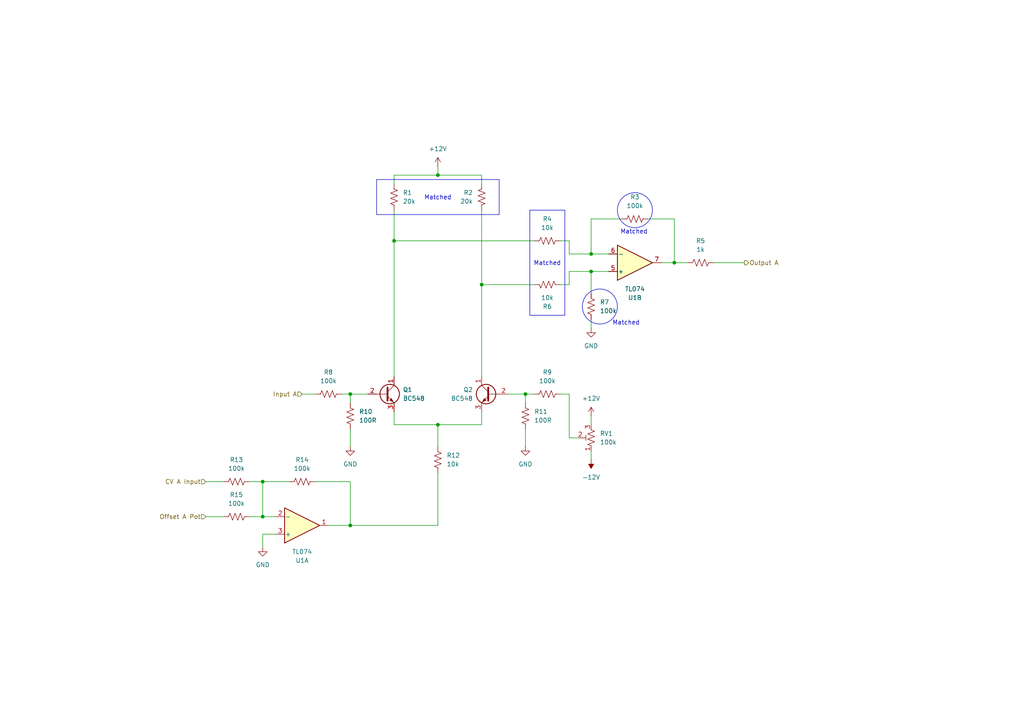
<source format=kicad_sch>
(kicad_sch (version 20250114) (generator "eeschema") (generator_version "9.0")
  (paper "A4")
  (title_block (company "DMH Instruments") (comment 1 "PCB for 5 cm Kosmo format synthesizer module"))
  (lib_symbols
    (symbol "Amplifier_Operational:TL074" (pin_names (offset 0.127))
      (property "Reference" "U" (at 0 5.08 0))
      (property "Value" "TL074" (at 0 -5.08 0))
      (symbol "TL074_1_1"
        (polyline (pts (xy -5.08 5.08) (xy 5.08 0) (xy -5.08 -5.08) (xy -5.08 5.08)) (stroke (width 0.254)) (fill (type background)))
        (pin input line (at -7.62 2.54 0) (length 2.54) (name "+") (number "3"))
        (pin input line (at -7.62 -2.54 0) (length 2.54) (name "-") (number "2"))
        (pin output line (at 7.62 0 180) (length 2.54) (name "~") (number "1"))
      )
      (symbol "TL074_2_1"
        (polyline (pts (xy -5.08 5.08) (xy 5.08 0) (xy -5.08 -5.08) (xy -5.08 5.08)) (stroke (width 0.254)) (fill (type background)))
        (pin input line (at -7.62 2.54 0) (length 2.54) (name "+") (number "5"))
        (pin input line (at -7.62 -2.54 0) (length 2.54) (name "-") (number "6"))
        (pin output line (at 7.62 0 180) (length 2.54) (name "~") (number "7"))
      )
      (symbol "TL074_3_1"
        (polyline (pts (xy -5.08 5.08) (xy 5.08 0) (xy -5.08 -5.08) (xy -5.08 5.08)) (stroke (width 0.254)) (fill (type background)))
        (pin input line (at -7.62 2.54 0) (length 2.54) (name "+") (number "10"))
        (pin input line (at -7.62 -2.54 0) (length 2.54) (name "-") (number "9"))
        (pin output line (at 7.62 0 180) (length 2.54) (name "~") (number "8"))
      )
      (symbol "TL074_4_1"
        (polyline (pts (xy -5.08 5.08) (xy 5.08 0) (xy -5.08 -5.08) (xy -5.08 5.08)) (stroke (width 0.254)) (fill (type background)))
        (pin input line (at -7.62 2.54 0) (length 2.54) (name "+") (number "12"))
        (pin input line (at -7.62 -2.54 0) (length 2.54) (name "-") (number "13"))
        (pin output line (at 7.62 0 180) (length 2.54) (name "~") (number "14"))
      )
      (symbol "TL074_5_1"
        (pin power_in line (at -2.54 7.62 270) (length 3.81) (name "V+") (number "4"))
        (pin power_in line (at -2.54 -7.62 90) (length 3.81) (name "V-") (number "11"))
      )
    )
    (symbol "Device:R_Potentiometer_Trim_US" (pin_names (offset 1.016) (hide yes))
      (property "Reference" "RV" (at -4.445 0 90))
      (property "Value" "R_Potentiometer_Trim_US" (at -2.54 0 90))
      (symbol "R_Potentiometer_Trim_US_0_1"
        (polyline (pts (xy 0 2.286) (xy 0 2.54)))
        (polyline (pts (xy 0 2.286) (xy 1.016 1.905) (xy 0 1.524) (xy -1.016 1.143) (xy 0 0.762)))
        (polyline (pts (xy 0 0.762) (xy 1.016 0.381) (xy 0 0) (xy -1.016 -0.381) (xy 0 -0.762)))
        (polyline (pts (xy 0 -0.762) (xy 1.016 -1.143) (xy 0 -1.524) (xy -1.016 -1.905) (xy 0 -2.286)))
        (polyline (pts (xy 0 -2.286) (xy 0 -2.54)))
        (polyline (pts (xy 1.524 0.762) (xy 1.524 -0.762)))
        (polyline (pts (xy 2.54 0) (xy 1.524 0)))
      )
      (symbol "R_Potentiometer_Trim_US_1_1"
        (pin passive line (at 0 3.81 270) (length 1.27) (name "1") (number "1"))
        (pin passive line (at 0 -3.81 90) (length 1.27) (name "3") (number "3"))
        (pin passive line (at 3.81 0 180) (length 1.27) (name "2") (number "2"))
      )
    )
    (symbol "Device:R_US" (pin_numbers (hide yes)) (pin_names (offset 0))
      (property "Reference" "R" (at 2.54 0 90))
      (property "Value" "R_US" (at -2.54 0 90))
      (symbol "R_US_0_1"
        (polyline (pts (xy 0 2.286) (xy 0 2.54)))
        (polyline (pts (xy 0 2.286) (xy 1.016 1.905) (xy 0 1.524) (xy -1.016 1.143) (xy 0 0.762)))
        (polyline (pts (xy 0 0.762) (xy 1.016 0.381) (xy 0 0) (xy -1.016 -0.381) (xy 0 -0.762)))
        (polyline (pts (xy 0 -0.762) (xy 1.016 -1.143) (xy 0 -1.524) (xy -1.016 -1.905) (xy 0 -2.286)))
        (polyline (pts (xy 0 -2.286) (xy 0 -2.54)))
      )
      (symbol "R_US_1_1"
        (pin passive line (at 0 3.81 270) (length 1.27) (name "~") (number "1"))
        (pin passive line (at 0 -3.81 90) (length 1.27) (name "~") (number "2"))
      )
    )
    (symbol "Transistor_BJT:BC548" (pin_names (offset 0) (hide yes))
      (property "Reference" "Q" (at 5.08 1.905 0))
      (property "Value" "BC548" (at 5.08 0 0))
      (symbol "BC548_0_1"
        (polyline (pts (xy -2.54 0) (xy 0.635 0)))
        (polyline (pts (xy 0.635 1.905) (xy 0.635 -1.905)) (stroke (width 0.508)))
        (circle (center 1.27 0) (radius 2.8194) (stroke (width 0.254)))
      )
      (symbol "BC548_1_1"
        (polyline (pts (xy 0.635 0.635) (xy 2.54 2.54)))
        (polyline (pts (xy 0.635 -0.635) (xy 2.54 -2.54)))
        (polyline (pts (xy 1.27 -1.778) (xy 1.778 -1.27) (xy 2.286 -2.286) (xy 1.27 -1.778)) (fill (type outline)))
        (pin input line (at -5.08 0 0) (length 2.54) (name "B") (number "2"))
        (pin passive line (at 2.54 5.08 270) (length 2.54) (name "C") (number "1"))
        (pin passive line (at 2.54 -5.08 90) (length 2.54) (name "E") (number "3"))
      )
    )
    (symbol "power:+12V" (power) (pin_numbers (hide yes)) (pin_names (offset 0) (hide yes))
      (property "Value" "+12V" (at 0 3.556 0))
      (symbol "+12V_0_1"
        (polyline (pts (xy -0.762 1.27) (xy 0 2.54)))
        (polyline (pts (xy 0 2.54) (xy 0.762 1.27)))
        (polyline (pts (xy 0 0) (xy 0 2.54)))
      )
      (symbol "+12V_1_1"
        (pin power_in line (at 0 0 90) (length 0) (name "~") (number "1"))
      )
    )
    (symbol "power:-12V" (power) (pin_numbers (hide yes)) (pin_names (offset 0) (hide yes))
      (property "Value" "-12V" (at 0 3.556 0))
      (symbol "-12V_0_0"
        (pin power_in line (at 0 0 90) (length 0) (name "~") (number "1"))
      )
      (symbol "-12V_0_1"
        (polyline (pts (xy 0 0) (xy 0 1.27) (xy 0.762 1.27) (xy 0 2.54) (xy -0.762 1.27) (xy 0 1.27)) (fill (type outline)))
      )
    )
    (symbol "power:GND" (power) (pin_numbers (hide yes)) (pin_names (offset 0) (hide yes))
      (property "Value" "GND" (at 0 -3.81 0))
      (symbol "GND_0_1"
        (polyline (pts (xy 0 0) (xy 0 -1.27) (xy 1.27 -1.27) (xy 0 -2.54) (xy -1.27 -1.27) (xy 0 -1.27)))
      )
      (symbol "GND_1_1"
        (pin power_in line (at 0 0 270) (length 0) (name "~") (number "1"))
      )
    )
  )
  (rectangle (start 153.67 60.96) (end 163.83 91.44))
  (circle (center 173.99 88.9) (radius 5.08))
  (circle (center 184.15 60.96) (radius 5.08))
  (rectangle (start 109.22 52.07) (end 144.78 62.23))
  (text "Matched" (at 181.61 93.726 0) (effects (font (size 1.27 1.27))))
  (text "Matched" (at 183.896 67.31 0) (effects (font (size 1.27 1.27))))
  (text "Matched" (at 127 57.404 0) (effects (font (size 1.27 1.27))))
  (text "Matched" (at 158.75 76.454 0) (effects (font (size 1.27 1.27))))
  (junction (at 101.6 114.3))
  (junction (at 127 123.19))
  (junction (at 195.58 76.2))
  (junction (at 114.3 69.85))
  (junction (at 101.6 152.4))
  (junction (at 127 50.8))
  (junction (at 171.45 73.66))
  (junction (at 76.2 149.86))
  (junction (at 171.45 78.74))
  (junction (at 76.2 139.7))
  (junction (at 139.7 82.55))
  (junction (at 152.4 114.3))
  (wire (pts (xy 139.7 60.96) (xy 139.7 82.55)))
  (wire (pts (xy 165.1 78.74) (xy 171.45 78.74)))
  (wire (pts (xy 162.56 114.3) (xy 165.1 114.3)))
  (wire (pts (xy 162.56 82.55) (xy 165.1 82.55)))
  (wire (pts (xy 127 50.8) (xy 127 48.26)))
  (wire (pts (xy 139.7 123.19) (xy 127 123.19)))
  (wire (pts (xy 95.25 152.4) (xy 101.6 152.4)))
  (wire (pts (xy 127 123.19) (xy 127 129.54)))
  (wire (pts (xy 165.1 73.66) (xy 171.45 73.66)))
  (wire (pts (xy 171.45 92.71) (xy 171.45 95.25)))
  (wire (pts (xy 101.6 139.7) (xy 101.6 152.4)))
  (wire (pts (xy 171.45 78.74) (xy 176.53 78.74)))
  (wire (pts (xy 139.7 50.8) (xy 127 50.8)))
  (wire (pts (xy 195.58 63.5) (xy 195.58 76.2)))
  (wire (pts (xy 59.69 149.86) (xy 64.77 149.86)))
  (wire (pts (xy 139.7 53.34) (xy 139.7 50.8)))
  (wire (pts (xy 59.69 139.7) (xy 64.77 139.7)))
  (wire (pts (xy 152.4 114.3) (xy 154.94 114.3)))
  (wire (pts (xy 171.45 73.66) (xy 176.53 73.66)))
  (wire (pts (xy 165.1 127) (xy 167.64 127)))
  (wire (pts (xy 83.82 139.7) (xy 76.2 139.7)))
  (wire (pts (xy 195.58 76.2) (xy 199.39 76.2)))
  (wire (pts (xy 139.7 82.55) (xy 139.7 109.22)))
  (wire (pts (xy 76.2 149.86) (xy 80.01 149.86)))
  (wire (pts (xy 76.2 139.7) (xy 76.2 149.86)))
  (wire (pts (xy 171.45 130.81) (xy 171.45 133.35)))
  (wire (pts (xy 101.6 152.4) (xy 127 152.4)))
  (wire (pts (xy 152.4 114.3) (xy 152.4 116.84)))
  (wire (pts (xy 114.3 53.34) (xy 114.3 50.8)))
  (wire (pts (xy 114.3 119.38) (xy 114.3 123.19)))
  (wire (pts (xy 180.34 63.5) (xy 171.45 63.5)))
  (wire (pts (xy 72.39 139.7) (xy 76.2 139.7)))
  (wire (pts (xy 207.01 76.2) (xy 215.9 76.2)))
  (wire (pts (xy 127 152.4) (xy 127 137.16)))
  (wire (pts (xy 101.6 114.3) (xy 101.6 116.84)))
  (wire (pts (xy 99.06 114.3) (xy 101.6 114.3)))
  (wire (pts (xy 187.96 63.5) (xy 195.58 63.5)))
  (wire (pts (xy 114.3 123.19) (xy 127 123.19)))
  (wire (pts (xy 72.39 149.86) (xy 76.2 149.86)))
  (wire (pts (xy 162.56 69.85) (xy 165.1 69.85)))
  (wire (pts (xy 171.45 63.5) (xy 171.45 73.66)))
  (wire (pts (xy 152.4 124.46) (xy 152.4 129.54)))
  (wire (pts (xy 114.3 50.8) (xy 127 50.8)))
  (wire (pts (xy 147.32 114.3) (xy 152.4 114.3)))
  (wire (pts (xy 76.2 154.94) (xy 76.2 158.75)))
  (wire (pts (xy 80.01 154.94) (xy 76.2 154.94)))
  (wire (pts (xy 114.3 60.96) (xy 114.3 69.85)))
  (wire (pts (xy 191.77 76.2) (xy 195.58 76.2)))
  (wire (pts (xy 101.6 124.46) (xy 101.6 129.54)))
  (wire (pts (xy 114.3 69.85) (xy 114.3 109.22)))
  (wire (pts (xy 101.6 114.3) (xy 106.68 114.3)))
  (wire (pts (xy 114.3 69.85) (xy 154.94 69.85)))
  (wire (pts (xy 87.63 114.3) (xy 91.44 114.3)))
  (wire (pts (xy 165.1 82.55) (xy 165.1 78.74)))
  (wire (pts (xy 139.7 82.55) (xy 154.94 82.55)))
  (wire (pts (xy 91.44 139.7) (xy 101.6 139.7)))
  (wire (pts (xy 165.1 114.3) (xy 165.1 127)))
  (wire (pts (xy 171.45 78.74) (xy 171.45 85.09)))
  (wire (pts (xy 139.7 119.38) (xy 139.7 123.19)))
  (wire (pts (xy 171.45 120.65) (xy 171.45 123.19)))
  (wire (pts (xy 165.1 69.85) (xy 165.1 73.66)))
  (hierarchical_label "Offset A Pot" (shape input) (at 59.69 149.86 180))
  (hierarchical_label "CV A Input" (shape input) (at 59.69 139.7 180))
  (hierarchical_label "Input A" (shape input) (at 87.63 114.3 180))
  (hierarchical_label "Output A" (shape output) (at 215.9 76.2 0))
  (symbol (lib_id "power:GND") (at 152.4 129.54 0) (unit 1)
    (property "Reference" "#PWR09" (effects (hide yes)))
    (property "Value" "GND" (at 152.4 134.62 0))
    (property "Description" "Power symbol creates a global label with name \"GND\" , ground" (effects (hide yes)))
  )
  (symbol (lib_id "power:GND") (at 101.6 129.54 0) (unit 1)
    (property "Reference" "#PWR04" (effects (hide yes)))
    (property "Value" "GND" (at 101.6 134.62 0))
    (property "Description" "Power symbol creates a global label with name \"GND\" , ground" (effects (hide yes)))
  )
  (symbol (lib_id "Device:R_US") (at 184.15 63.5 270) (unit 1)
    (property "Reference" "R3" (at 184.15 57.15 90))
    (property "Value" "100k" (at 184.15 59.69 90))
    (property "Footprint" "Resistor_THT:R_Axial_DIN0207_L6.3mm_D2.5mm_P2.54mm_Vertical" (effects (hide yes)))
    (property "Description" "Resistor, US symbol" (effects (hide yes)))
  )
  (symbol (lib_id "Device:R_US") (at 152.4 120.65 180) (unit 1)
    (property "Reference" "R11" (at 154.94 119.3799 0) (effects (justify right)))
    (property "Value" "100R" (at 154.94 121.9199 0) (effects (justify right)))
    (property "Footprint" "Resistor_THT:R_Axial_DIN0207_L6.3mm_D2.5mm_P2.54mm_Vertical" (effects (hide yes)))
    (property "Description" "Resistor, US symbol" (effects (hide yes)))
  )
  (symbol (lib_id "power:+12V") (at 171.45 120.65 0) (unit 1)
    (property "Reference" "#PWR03" (effects (hide yes)))
    (property "Value" "+12V" (at 171.45 115.57 0))
    (property "Description" "Power symbol creates a global label with name \"+12V\"" (effects (hide yes)))
  )
  (symbol (lib_id "Device:R_US") (at 203.2 76.2 270) (unit 1)
    (property "Reference" "R5" (at 203.2 69.85 90))
    (property "Value" "1k" (at 203.2 72.39 90))
    (property "Footprint" "Resistor_THT:R_Axial_DIN0207_L6.3mm_D2.5mm_P2.54mm_Vertical" (effects (hide yes)))
    (property "Description" "Resistor, US symbol" (effects (hide yes)))
  )
  (symbol (lib_id "Amplifier_Operational:TL074") (at 184.15 76.2 0) (mirror x) (unit 2)
    (property "Reference" "U1" (at 184.15 86.36 0))
    (property "Value" "TL074" (at 184.15 83.82 0))
    (property "Footprint" "Package_DIP:DIP-14_W7.62mm_Socket" (effects (hide yes)))
    (property "Datasheet" "http://www.ti.com/lit/ds/symlink/tl071.pdf" (effects (hide yes)))
    (property "Description" "Quad Low-Noise JFET-Input Operational Amplifiers, DIP-14/SOIC-14" (effects (hide yes)))
  )
  (symbol (lib_id "Amplifier_Operational:TL074") (at 87.63 152.4 0) (mirror x) (unit 1)
    (property "Reference" "U1" (at 87.63 162.56 0))
    (property "Value" "TL074" (at 87.63 160.02 0))
    (property "Footprint" "Package_DIP:DIP-14_W7.62mm_Socket" (effects (hide yes)))
    (property "Datasheet" "http://www.ti.com/lit/ds/symlink/tl071.pdf" (effects (hide yes)))
    (property "Description" "Quad Low-Noise JFET-Input Operational Amplifiers, DIP-14/SOIC-14" (effects (hide yes)))
  )
  (symbol (lib_id "Device:R_US") (at 101.6 120.65 180) (unit 1)
    (property "Reference" "R10" (at 104.14 119.3799 0) (effects (justify right)))
    (property "Value" "100R" (at 104.14 121.9199 0) (effects (justify right)))
    (property "Footprint" "Resistor_THT:R_Axial_DIN0207_L6.3mm_D2.5mm_P2.54mm_Vertical" (effects (hide yes)))
    (property "Description" "Resistor, US symbol" (effects (hide yes)))
  )
  (symbol (lib_id "Transistor_BJT:BC548") (at 111.76 114.3 0) (unit 1)
    (property "Reference" "Q1" (at 116.84 113.0299 0) (effects (justify left)))
    (property "Value" "BC548" (at 116.84 115.5699 0) (effects (justify left)))
    (property "Footprint" "Package_TO_SOT_THT:TO-92L_Inline_Wide" (effects (hide yes)))
    (property "Datasheet" "https://www.onsemi.com/pub/Collateral/BC550-D.pdf" (effects (hide yes)))
    (property "Description" "0.1A Ic, 30V Vce, Small Signal NPN Transistor, TO-92" (effects (hide yes)))
  )
  (symbol (lib_id "Device:R_US") (at 158.75 82.55 270) (mirror x) (unit 1)
    (property "Reference" "R6" (at 158.75 88.9 90))
    (property "Value" "10k" (at 158.75 86.36 90))
    (property "Footprint" "Resistor_THT:R_Axial_DIN0207_L6.3mm_D2.5mm_P2.54mm_Vertical" (effects (hide yes)))
    (property "Description" "Resistor, US symbol" (effects (hide yes)))
  )
  (symbol (lib_id "power:+12V") (at 127 48.26 0) (unit 1)
    (property "Reference" "#PWR01" (effects (hide yes)))
    (property "Value" "+12V" (at 127 43.18 0))
    (property "Description" "Power symbol creates a global label with name \"+12V\"" (effects (hide yes)))
  )
  (symbol (lib_id "Device:R_US") (at 95.25 114.3 270) (unit 1)
    (property "Reference" "R8" (at 95.25 107.95 90))
    (property "Value" "100k" (at 95.25 110.49 90))
    (property "Footprint" "Resistor_THT:R_Axial_DIN0207_L6.3mm_D2.5mm_P2.54mm_Vertical" (effects (hide yes)))
    (property "Description" "Resistor, US symbol" (effects (hide yes)))
  )
  (symbol (lib_id "Device:R_Potentiometer_Trim_US") (at 171.45 127 180) (unit 1)
    (property "Reference" "RV1" (at 173.99 125.7299 0) (effects (justify right)))
    (property "Value" "100k" (at 173.99 128.2699 0) (effects (justify right)))
    (property "Footprint" "Potentiometer_THT:Potentiometer_Bourns_3296W_Vertical" (effects (hide yes)))
    (property "Description" "Trim-potentiometer, US symbol" (effects (hide yes)))
  )
  (symbol (lib_id "Device:R_US") (at 114.3 57.15 180) (unit 1)
    (property "Reference" "R1" (at 116.84 55.8799 0) (effects (justify right)))
    (property "Value" "20k" (at 116.84 58.4199 0) (effects (justify right)))
    (property "Footprint" "Resistor_THT:R_Axial_DIN0207_L6.3mm_D2.5mm_P2.54mm_Vertical" (effects (hide yes)))
    (property "Description" "Resistor, US symbol" (effects (hide yes)))
  )
  (symbol (lib_id "Device:R_US") (at 158.75 114.3 270) (unit 1)
    (property "Reference" "R9" (at 158.75 107.95 90))
    (property "Value" "100k" (at 158.75 110.49 90))
    (property "Footprint" "Resistor_THT:R_Axial_DIN0207_L6.3mm_D2.5mm_P2.54mm_Vertical" (effects (hide yes)))
    (property "Description" "Resistor, US symbol" (effects (hide yes)))
  )
  (symbol (lib_id "Device:R_US") (at 158.75 69.85 270) (unit 1)
    (property "Reference" "R4" (at 158.75 63.5 90))
    (property "Value" "10k" (at 158.75 66.04 90))
    (property "Footprint" "Resistor_THT:R_Axial_DIN0207_L6.3mm_D2.5mm_P2.54mm_Vertical" (effects (hide yes)))
    (property "Description" "Resistor, US symbol" (effects (hide yes)))
  )
  (symbol (lib_id "Device:R_US") (at 87.63 139.7 90) (unit 1)
    (property "Reference" "R14" (at 87.63 133.35 90))
    (property "Value" "100k" (at 87.63 135.89 90))
    (property "Footprint" "Resistor_THT:R_Axial_DIN0207_L6.3mm_D2.5mm_P2.54mm_Vertical" (effects (hide yes)))
    (property "Description" "Resistor, US symbol" (effects (hide yes)))
  )
  (symbol (lib_id "Device:R_US") (at 171.45 88.9 0) (unit 1)
    (property "Reference" "R7" (at 173.99 87.6299 0) (effects (justify left)))
    (property "Value" "100k" (at 173.99 90.1699 0) (effects (justify left)))
    (property "Footprint" "Resistor_THT:R_Axial_DIN0207_L6.3mm_D2.5mm_P2.54mm_Vertical" (effects (hide yes)))
    (property "Description" "Resistor, US symbol" (effects (hide yes)))
  )
  (symbol (lib_id "power:GND") (at 76.2 158.75 0) (unit 1)
    (property "Reference" "#PWR011" (effects (hide yes)))
    (property "Value" "GND" (at 76.2 163.83 0))
    (property "Description" "Power symbol creates a global label with name \"GND\" , ground" (effects (hide yes)))
  )
  (symbol (lib_id "Device:R_US") (at 68.58 139.7 90) (unit 1)
    (property "Reference" "R13" (at 68.58 133.35 90))
    (property "Value" "100k" (at 68.58 135.89 90))
    (property "Footprint" "Resistor_THT:R_Axial_DIN0207_L6.3mm_D2.5mm_P2.54mm_Vertical" (effects (hide yes)))
    (property "Description" "Resistor, US symbol" (effects (hide yes)))
  )
  (symbol (lib_id "Device:R_US") (at 68.58 149.86 90) (unit 1)
    (property "Reference" "R15" (at 68.58 143.51 90))
    (property "Value" "100k" (at 68.58 146.05 90))
    (property "Footprint" "Resistor_THT:R_Axial_DIN0207_L6.3mm_D2.5mm_P2.54mm_Vertical" (effects (hide yes)))
    (property "Description" "Resistor, US symbol" (effects (hide yes)))
  )
  (symbol (lib_id "Transistor_BJT:BC548") (at 142.24 114.3 0) (mirror y) (unit 1)
    (property "Reference" "Q2" (at 137.16 113.0299 0) (effects (justify left)))
    (property "Value" "BC548" (at 137.16 115.5699 0) (effects (justify left)))
    (property "Footprint" "Package_TO_SOT_THT:TO-92L_Inline_Wide" (effects (hide yes)))
    (property "Datasheet" "https://www.onsemi.com/pub/Collateral/BC550-D.pdf" (effects (hide yes)))
    (property "Description" "0.1A Ic, 30V Vce, Small Signal NPN Transistor, TO-92" (effects (hide yes)))
  )
  (symbol (lib_id "power:-12V") (at 171.45 133.35 180) (unit 1)
    (property "Reference" "#PWR010" (effects (hide yes)))
    (property "Value" "-12V" (at 171.45 138.43 0))
    (property "Description" "Power symbol creates a global label with name \"-12V\"" (effects (hide yes)))
  )
  (symbol (lib_id "Device:R_US") (at 139.7 57.15 0) (mirror x) (unit 1)
    (property "Reference" "R2" (at 137.16 55.8799 0) (effects (justify right)))
    (property "Value" "20k" (at 137.16 58.4199 0) (effects (justify right)))
    (property "Footprint" "Resistor_THT:R_Axial_DIN0207_L6.3mm_D2.5mm_P2.54mm_Vertical" (effects (hide yes)))
    (property "Description" "Resistor, US symbol" (effects (hide yes)))
  )
  (symbol (lib_id "power:GND") (at 171.45 95.25 0) (unit 1)
    (property "Reference" "#PWR02" (effects (hide yes)))
    (property "Value" "GND" (at 171.45 100.33 0))
    (property "Description" "Power symbol creates a global label with name \"GND\" , ground" (effects (hide yes)))
  )
  (symbol (lib_id "Device:R_US") (at 127 133.35 180) (unit 1)
    (property "Reference" "R12" (at 129.54 132.0799 0) (effects (justify right)))
    (property "Value" "10k" (at 129.54 134.6199 0) (effects (justify right)))
    (property "Footprint" "Resistor_THT:R_Axial_DIN0207_L6.3mm_D2.5mm_P2.54mm_Vertical" (effects (hide yes)))
    (property "Description" "Resistor, US symbol" (effects (hide yes)))
  )
)
</source>
